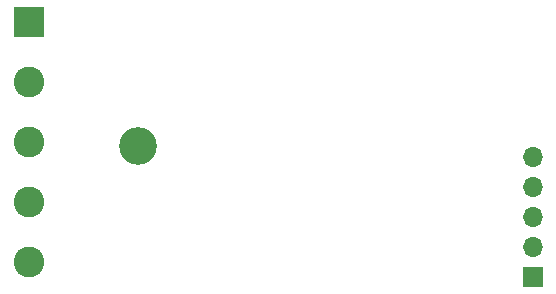
<source format=gbr>
%TF.GenerationSoftware,KiCad,Pcbnew,7.0.10*%
%TF.CreationDate,2024-01-09T12:30:03+01:00*%
%TF.ProjectId,CS_ADD_ON,43535f41-4444-45f4-9f4e-2e6b69636164,rev?*%
%TF.SameCoordinates,Original*%
%TF.FileFunction,Soldermask,Bot*%
%TF.FilePolarity,Negative*%
%FSLAX46Y46*%
G04 Gerber Fmt 4.6, Leading zero omitted, Abs format (unit mm)*
G04 Created by KiCad (PCBNEW 7.0.10) date 2024-01-09 12:30:03*
%MOMM*%
%LPD*%
G01*
G04 APERTURE LIST*
%ADD10C,3.200000*%
%ADD11O,1.700000X1.700000*%
%ADD12R,1.700000X1.700000*%
%ADD13C,2.600000*%
%ADD14R,2.600000X2.600000*%
G04 APERTURE END LIST*
D10*
%TO.C,REF\u002A\u002A*%
X161500000Y-129000000D03*
%TD*%
D11*
%TO.C,J102*%
X194863000Y-129941000D03*
X194863000Y-132481000D03*
X194863000Y-135021000D03*
X194863000Y-137561000D03*
D12*
X194863000Y-140101000D03*
%TD*%
D13*
%TO.C,J101*%
X152195000Y-138811000D03*
X152195000Y-133731000D03*
X152195000Y-128651000D03*
X152195000Y-123571000D03*
D14*
X152195000Y-118491000D03*
%TD*%
M02*

</source>
